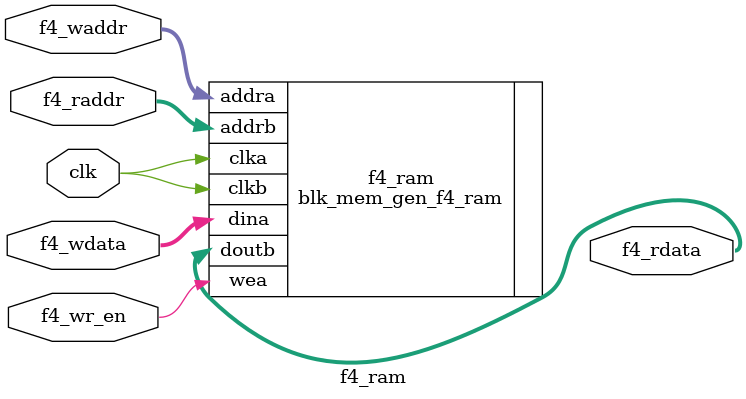
<source format=v>

module f4_ram(/*autoport*/
//output
			f4_rdata,
//input
			clk,
			f4_wdata,
			f4_wr_en,
			f4_waddr,
			f4_raddr);
	input clk;
//write side
	input [255:0] f4_wdata;


	input 		  f4_wr_en;
	input [6:0]   f4_waddr;
//read side
	input [6:0]   f4_raddr;
	output[255:0] f4_rdata;


	blk_mem_gen_f4_ram f4_ram (
	  .clka(clk),    // input clka
	  .wea(f4_wr_en),      // input [0 : 0] wea
	  .addra(f4_waddr),  // input [6 : 0] addra
	  .dina(f4_wdata),    // input [255 : 0] dina
	  .clkb(clk),    // input clkb
	  .addrb(f4_raddr),  // input [6 : 0] addrb
	  .doutb(f4_rdata)  // output [255 : 0] doutb
	);

endmodule 
</source>
